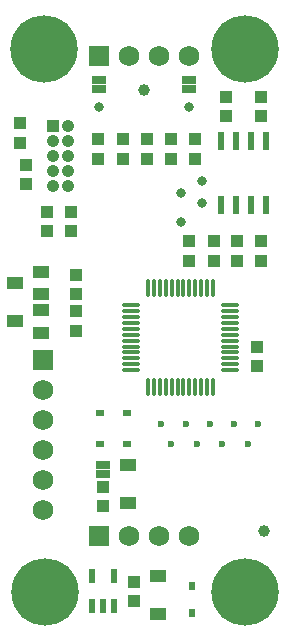
<source format=gbr>
G04*
G04 #@! TF.GenerationSoftware,Altium Limited,Altium Designer,24.5.2 (23)*
G04*
G04 Layer_Color=255*
%FSLAX25Y25*%
%MOIN*%
G70*
G04*
G04 #@! TF.SameCoordinates,31991F0E-98CA-4A4E-B794-B5AF52ABA4E1*
G04*
G04*
G04 #@! TF.FilePolarity,Positive*
G04*
G01*
G75*
%ADD18R,0.03937X0.04331*%
%ADD19R,0.02362X0.06102*%
G04:AMPARAMS|DCode=20|XSize=56.69mil|YSize=11.02mil|CornerRadius=1.38mil|HoleSize=0mil|Usage=FLASHONLY|Rotation=0.000|XOffset=0mil|YOffset=0mil|HoleType=Round|Shape=RoundedRectangle|*
%AMROUNDEDRECTD20*
21,1,0.05669,0.00827,0,0,0.0*
21,1,0.05394,0.01102,0,0,0.0*
1,1,0.00276,0.02697,-0.00413*
1,1,0.00276,-0.02697,-0.00413*
1,1,0.00276,-0.02697,0.00413*
1,1,0.00276,0.02697,0.00413*
%
%ADD20ROUNDEDRECTD20*%
G04:AMPARAMS|DCode=21|XSize=11.02mil|YSize=56.69mil|CornerRadius=1.38mil|HoleSize=0mil|Usage=FLASHONLY|Rotation=0.000|XOffset=0mil|YOffset=0mil|HoleType=Round|Shape=RoundedRectangle|*
%AMROUNDEDRECTD21*
21,1,0.01102,0.05394,0,0,0.0*
21,1,0.00827,0.05669,0,0,0.0*
1,1,0.00276,0.00413,-0.02697*
1,1,0.00276,-0.00413,-0.02697*
1,1,0.00276,-0.00413,0.02697*
1,1,0.00276,0.00413,0.02697*
%
%ADD21ROUNDEDRECTD21*%
%ADD22C,0.02362*%
%ADD23R,0.05512X0.04331*%
%ADD24R,0.02362X0.04528*%
%ADD25C,0.03937*%
%ADD26R,0.05512X0.03937*%
%ADD46R,0.02362X0.02953*%
%ADD47R,0.02953X0.02362*%
%ADD48C,0.03150*%
%ADD49R,0.05000X0.03000*%
%ADD51C,0.22441*%
%ADD52R,0.06890X0.06890*%
%ADD53C,0.06890*%
%ADD54R,0.06890X0.06890*%
%ADD55C,0.04200*%
%ADD56R,0.04200X0.04200*%
D18*
X74314Y178848D02*
D03*
Y172352D02*
D03*
X86286Y130748D02*
D03*
Y124252D02*
D03*
X70314Y130748D02*
D03*
Y124252D02*
D03*
X22721Y134009D02*
D03*
Y140505D02*
D03*
X14674Y134009D02*
D03*
Y140505D02*
D03*
X62300Y130748D02*
D03*
Y124252D02*
D03*
X56174Y164679D02*
D03*
Y158183D02*
D03*
X5674Y163490D02*
D03*
Y169986D02*
D03*
X7674Y156286D02*
D03*
Y149790D02*
D03*
X31774Y164679D02*
D03*
Y158183D02*
D03*
X40074Y164679D02*
D03*
Y158183D02*
D03*
X48174Y164679D02*
D03*
Y158183D02*
D03*
X64174Y164679D02*
D03*
Y158183D02*
D03*
X78200Y124252D02*
D03*
Y130748D02*
D03*
X84700Y89052D02*
D03*
Y95548D02*
D03*
X86286Y172352D02*
D03*
Y178848D02*
D03*
X33386Y48841D02*
D03*
Y42344D02*
D03*
X43800Y17255D02*
D03*
Y10759D02*
D03*
X24500Y119548D02*
D03*
Y113052D02*
D03*
Y107348D02*
D03*
Y100852D02*
D03*
D19*
X72800Y142770D02*
D03*
X77800D02*
D03*
X82800D02*
D03*
X87800D02*
D03*
X72800Y164030D02*
D03*
X77800D02*
D03*
X82800D02*
D03*
X87800D02*
D03*
D20*
X75774Y109399D02*
D03*
Y107431D02*
D03*
Y105462D02*
D03*
Y103494D02*
D03*
Y101525D02*
D03*
Y99557D02*
D03*
Y97588D02*
D03*
Y95620D02*
D03*
Y93651D02*
D03*
Y91683D02*
D03*
Y89714D02*
D03*
Y87746D02*
D03*
X42821D02*
D03*
Y89714D02*
D03*
Y91683D02*
D03*
Y93651D02*
D03*
Y95620D02*
D03*
Y97588D02*
D03*
Y99557D02*
D03*
Y101525D02*
D03*
Y103494D02*
D03*
Y105462D02*
D03*
Y107431D02*
D03*
Y109399D02*
D03*
D21*
X48471Y115049D02*
D03*
X50439D02*
D03*
X52408D02*
D03*
X54376D02*
D03*
X56345D02*
D03*
X58313D02*
D03*
X60282D02*
D03*
X62250D02*
D03*
X64219D02*
D03*
X66187D02*
D03*
X68156D02*
D03*
X70124D02*
D03*
Y82096D02*
D03*
X68156D02*
D03*
X66187D02*
D03*
X64219D02*
D03*
X62250D02*
D03*
X60282D02*
D03*
X58313D02*
D03*
X56345D02*
D03*
X54376D02*
D03*
X52408D02*
D03*
X50439D02*
D03*
X48471D02*
D03*
D22*
X52900Y69800D02*
D03*
X56100Y63000D02*
D03*
X64667D02*
D03*
X73233D02*
D03*
X61000Y69800D02*
D03*
X69100D02*
D03*
X77200D02*
D03*
X85300D02*
D03*
X81800Y63000D02*
D03*
D23*
X41857Y43481D02*
D03*
Y56080D02*
D03*
X51800Y6396D02*
D03*
Y18994D02*
D03*
D24*
X29760Y19218D02*
D03*
X37240D02*
D03*
Y8982D02*
D03*
X33500D02*
D03*
X29760D02*
D03*
D25*
X87126Y34087D02*
D03*
X47226Y181000D02*
D03*
D26*
X12824Y100260D02*
D03*
Y107740D02*
D03*
X4162Y104000D02*
D03*
X12824Y113060D02*
D03*
Y120540D02*
D03*
X4162Y116800D02*
D03*
D46*
X63200Y15831D02*
D03*
Y6769D02*
D03*
D47*
X41631Y63300D02*
D03*
X32569D02*
D03*
X41631Y73400D02*
D03*
X32569D02*
D03*
D48*
X62196Y175600D02*
D03*
X32196D02*
D03*
X59500Y146800D02*
D03*
X59600Y137300D02*
D03*
X66500Y143600D02*
D03*
Y150700D02*
D03*
D49*
X62244Y181488D02*
D03*
Y184488D02*
D03*
X32244Y181488D02*
D03*
Y184488D02*
D03*
X33486Y56080D02*
D03*
Y53080D02*
D03*
D51*
X13780Y194882D02*
D03*
X14028Y13780D02*
D03*
X80709D02*
D03*
Y194882D02*
D03*
D52*
X13400Y91000D02*
D03*
D53*
Y81000D02*
D03*
Y71000D02*
D03*
Y61000D02*
D03*
Y51000D02*
D03*
Y41000D02*
D03*
X62244Y192488D02*
D03*
X52244D02*
D03*
X42244D02*
D03*
Y32488D02*
D03*
X52244D02*
D03*
X62244D02*
D03*
D54*
X32244Y192488D02*
D03*
Y32488D02*
D03*
D55*
X21971Y159088D02*
D03*
X16971D02*
D03*
Y164088D02*
D03*
Y154088D02*
D03*
Y149088D02*
D03*
X21971Y154088D02*
D03*
Y149088D02*
D03*
Y164088D02*
D03*
Y169088D02*
D03*
D56*
X16971D02*
D03*
M02*

</source>
